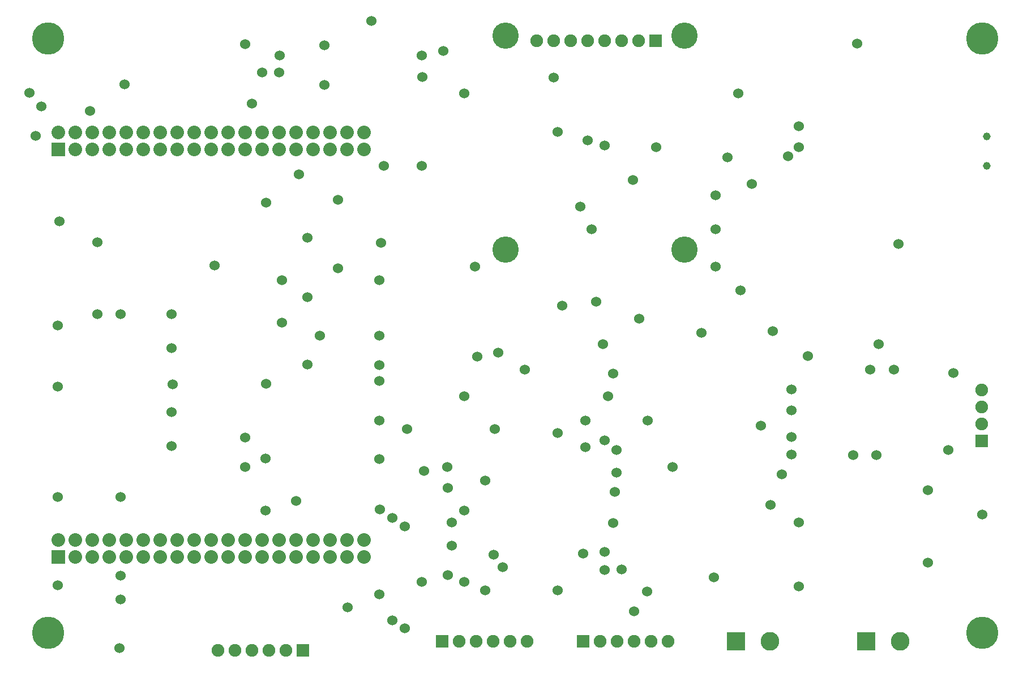
<source format=gbs>
G04*
G04 #@! TF.GenerationSoftware,Altium Limited,Altium Designer,22.1.2 (22)*
G04*
G04 Layer_Color=16711935*
%FSLAX25Y25*%
%MOIN*%
G70*
G04*
G04 #@! TF.SameCoordinates,7B21E419-2DB3-41AA-89A7-F06F8FB5CF2D*
G04*
G04*
G04 #@! TF.FilePolarity,Negative*
G04*
G01*
G75*
%ADD29C,0.08000*%
%ADD30R,0.08000X0.08000*%
%ADD31R,0.07500X0.07500*%
%ADD32C,0.07500*%
%ADD33C,0.15500*%
%ADD34C,0.04543*%
%ADD35R,0.11000X0.11000*%
%ADD36C,0.11000*%
%ADD37R,0.07500X0.07500*%
%ADD38C,0.06000*%
%ADD39C,0.19000*%
D29*
X211000Y79500D02*
D03*
Y69500D02*
D03*
X201000Y79500D02*
D03*
Y69500D02*
D03*
X191000Y79500D02*
D03*
Y69500D02*
D03*
X181000Y79500D02*
D03*
Y69500D02*
D03*
X171000Y79500D02*
D03*
Y69500D02*
D03*
X161000Y79500D02*
D03*
Y69500D02*
D03*
X151000Y79500D02*
D03*
Y69500D02*
D03*
X141000Y79500D02*
D03*
Y69500D02*
D03*
X131000Y79500D02*
D03*
Y69500D02*
D03*
X121000Y79500D02*
D03*
Y69500D02*
D03*
X111000Y79500D02*
D03*
Y69500D02*
D03*
X101000Y79500D02*
D03*
Y69500D02*
D03*
X91000Y79500D02*
D03*
Y69500D02*
D03*
X81000Y79500D02*
D03*
Y69500D02*
D03*
X71000Y79500D02*
D03*
Y69500D02*
D03*
X61000Y79500D02*
D03*
Y69500D02*
D03*
X51000Y79500D02*
D03*
Y69500D02*
D03*
X41000Y79500D02*
D03*
Y69500D02*
D03*
X31000Y79500D02*
D03*
Y319500D02*
D03*
X41000Y309500D02*
D03*
Y319500D02*
D03*
X51000Y309500D02*
D03*
Y319500D02*
D03*
X61000Y309500D02*
D03*
Y319500D02*
D03*
X71000Y309500D02*
D03*
Y319500D02*
D03*
X81000Y309500D02*
D03*
Y319500D02*
D03*
X91000Y309500D02*
D03*
Y319500D02*
D03*
X101000Y309500D02*
D03*
Y319500D02*
D03*
X111000Y309500D02*
D03*
Y319500D02*
D03*
X121000Y309500D02*
D03*
Y319500D02*
D03*
X131000Y309500D02*
D03*
Y319500D02*
D03*
X141000Y309500D02*
D03*
Y319500D02*
D03*
X151000Y309500D02*
D03*
Y319500D02*
D03*
X161000Y309500D02*
D03*
Y319500D02*
D03*
X171000Y309500D02*
D03*
Y319500D02*
D03*
X181000Y309500D02*
D03*
Y319500D02*
D03*
X191000Y309500D02*
D03*
Y319500D02*
D03*
X201000Y309500D02*
D03*
Y319500D02*
D03*
X211000Y309500D02*
D03*
Y319500D02*
D03*
D30*
X31000Y69500D02*
D03*
Y309500D02*
D03*
D31*
X175000Y14500D02*
D03*
X382500Y373500D02*
D03*
X340000Y20000D02*
D03*
X257000D02*
D03*
D32*
X165000Y14500D02*
D03*
X155000D02*
D03*
X145000D02*
D03*
X135000D02*
D03*
X125000D02*
D03*
X372500Y373500D02*
D03*
X362500D02*
D03*
X352500D02*
D03*
X342500D02*
D03*
X332500D02*
D03*
X322500D02*
D03*
X312500D02*
D03*
X574500Y148000D02*
D03*
Y158000D02*
D03*
Y168000D02*
D03*
X390000Y20000D02*
D03*
X380000D02*
D03*
X370000D02*
D03*
X360000D02*
D03*
X350000D02*
D03*
X307000D02*
D03*
X297000D02*
D03*
X287000D02*
D03*
X277000D02*
D03*
X267000D02*
D03*
D33*
X294300Y250616D02*
D03*
X399418D02*
D03*
Y376600D02*
D03*
X294300D02*
D03*
D34*
X577500Y300000D02*
D03*
Y317323D02*
D03*
D35*
X506500Y20000D02*
D03*
X430000D02*
D03*
D36*
X526500D02*
D03*
X450000D02*
D03*
D37*
X574500Y138000D02*
D03*
D38*
X276249Y240575D02*
D03*
X215135Y385400D02*
D03*
X444501Y146945D02*
D03*
X574800Y94653D02*
D03*
X338100Y276000D02*
D03*
X122965Y241329D02*
D03*
X351428Y194846D02*
D03*
X416753Y57495D02*
D03*
X30500Y206071D02*
D03*
X67005Y16088D02*
D03*
X153110Y171759D02*
D03*
X220809Y254609D02*
D03*
X409667Y201691D02*
D03*
X466911Y52434D02*
D03*
X542839Y66327D02*
D03*
X525431Y254000D02*
D03*
X501300Y372000D02*
D03*
X431378Y342657D02*
D03*
X30500Y170100D02*
D03*
X98086Y171358D02*
D03*
X262500Y76338D02*
D03*
X282246Y114500D02*
D03*
X359416Y132531D02*
D03*
X358501Y107899D02*
D03*
X462500Y129935D02*
D03*
Y156000D02*
D03*
Y140235D02*
D03*
X466793Y323401D02*
D03*
X439100Y289400D02*
D03*
X417900Y262700D02*
D03*
Y282500D02*
D03*
Y240699D02*
D03*
X220000Y232500D02*
D03*
X292500Y63600D02*
D03*
X260113Y58971D02*
D03*
X270000Y55000D02*
D03*
X222500Y300000D02*
D03*
X220000Y127197D02*
D03*
Y150000D02*
D03*
Y182500D02*
D03*
Y173323D02*
D03*
X177500Y222500D02*
D03*
X195626Y239766D02*
D03*
X245000Y300000D02*
D03*
X152959Y127500D02*
D03*
Y96914D02*
D03*
X185000Y200000D02*
D03*
X67500Y105000D02*
D03*
Y58700D02*
D03*
X30700Y105000D02*
D03*
X97500Y192500D02*
D03*
X141000Y122500D02*
D03*
X195626Y280000D02*
D03*
X177500Y182999D02*
D03*
Y257500D02*
D03*
X53900Y255000D02*
D03*
Y212500D02*
D03*
X67500D02*
D03*
X97500D02*
D03*
Y155000D02*
D03*
X153276Y278315D02*
D03*
X13900Y342900D02*
D03*
X17500Y317500D02*
D03*
X21000Y335000D02*
D03*
X67500Y44500D02*
D03*
X30700Y53000D02*
D03*
X340000Y71700D02*
D03*
X466793Y89931D02*
D03*
X512661Y129677D02*
D03*
X542839Y108902D02*
D03*
X369241Y291629D02*
D03*
X372841Y210000D02*
D03*
X220000Y200000D02*
D03*
X270000Y342500D02*
D03*
X187500Y370914D02*
D03*
X151000Y355000D02*
D03*
X141000Y371500D02*
D03*
X70000Y347814D02*
D03*
X187500Y347500D02*
D03*
X282246Y49921D02*
D03*
X287197Y70853D02*
D03*
X236259Y145000D02*
D03*
X341090Y150000D02*
D03*
X352500Y138235D02*
D03*
X341090Y134414D02*
D03*
X324969Y142500D02*
D03*
X352500Y62059D02*
D03*
Y72500D02*
D03*
X260113Y110196D02*
D03*
X246236Y120324D02*
D03*
X161133Y365000D02*
D03*
X161000Y355000D02*
D03*
X145000Y336500D02*
D03*
X162500Y207500D02*
D03*
X290000Y190000D02*
D03*
X359416Y119147D02*
D03*
X357500Y89500D02*
D03*
X227500Y32200D02*
D03*
X235000Y27500D02*
D03*
X378031Y150000D02*
D03*
X377638Y49414D02*
D03*
X262500Y90086D02*
D03*
X270000Y96914D02*
D03*
X245000Y55000D02*
D03*
X288000Y145000D02*
D03*
X305579Y180000D02*
D03*
X352500Y311968D02*
D03*
X322500Y351914D02*
D03*
X257500Y367500D02*
D03*
X245000Y365000D02*
D03*
X245320Y352410D02*
D03*
X357500Y177500D02*
D03*
X325000Y320000D02*
D03*
X342500Y315000D02*
D03*
X172500Y295000D02*
D03*
X456835Y118154D02*
D03*
X432500Y226689D02*
D03*
X49586Y332270D02*
D03*
X270000Y164144D02*
D03*
X345000Y262500D02*
D03*
X513864Y195053D02*
D03*
X451586Y202500D02*
D03*
X347502Y220000D02*
D03*
X31513Y267186D02*
D03*
X162500Y232500D02*
D03*
X327500Y217500D02*
D03*
X462500Y168410D02*
D03*
X472108Y188099D02*
D03*
X354623Y164144D02*
D03*
X498962Y129677D02*
D03*
X508823Y180000D02*
D03*
X425000Y305000D02*
D03*
X460494Y305512D02*
D03*
X466793Y311043D02*
D03*
X171000Y102500D02*
D03*
X557838Y178086D02*
D03*
X522898Y180000D02*
D03*
X235000Y87500D02*
D03*
X227500Y92500D02*
D03*
X277500Y187500D02*
D03*
X370000Y37500D02*
D03*
X97500Y135000D02*
D03*
X392600Y122799D02*
D03*
X220100Y97500D02*
D03*
X201279Y40000D02*
D03*
X220000Y47500D02*
D03*
X324969Y49921D02*
D03*
X141000Y140000D02*
D03*
X362417Y62142D02*
D03*
X450064Y100159D02*
D03*
X554861Y132531D02*
D03*
X260000Y122500D02*
D03*
X382784Y311043D02*
D03*
D39*
X25000Y375000D02*
D03*
X575000D02*
D03*
Y25000D02*
D03*
X25000D02*
D03*
M02*

</source>
